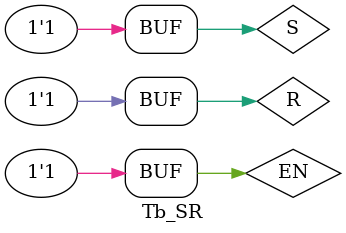
<source format=v>
`timescale 1ns / 1ps


module Tb_SR();
    reg EN, S, R;
    wire Q, Q_;
    
    SR sim_SR(S, R, EN, Q, Q_);
    
    initial begin
        S = 1'b0;
        R = 1'b0;
        EN = 1'b0;
    end
    
    initial begin
        #200 EN = 1'b0; S = 1'b1; R = 1'b0;
        #200 EN = 1'b0; S = 1'b0; R = 1'b1;
        #200 EN = 1'b1; S = 1'b0; R = 1'b0;
        #200 EN = 1'b1; S = 1'b1; R = 1'b0;
        #200 EN = 1'b1; S = 1'b0; R = 1'b0;
        #200 EN = 1'b1; S = 1'b1; R = 1'b0;
        #200 EN = 1'b1; S = 1'b0; R = 1'b1;
        #200 EN = 1'b1; S = 1'b1; R = 1'b1;
    end
    
endmodule

</source>
